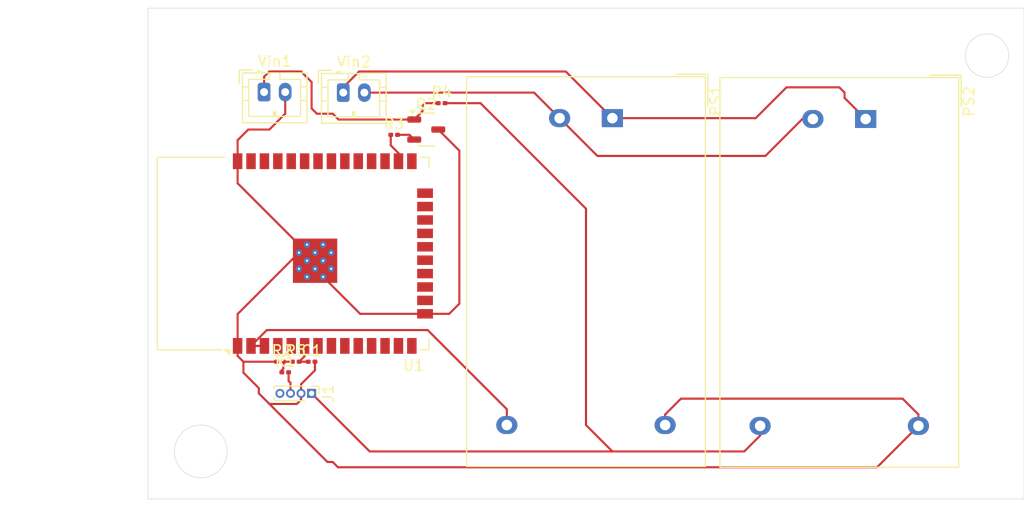
<source format=kicad_pcb>
(kicad_pcb (version 20240108) (generator "pcbnew") (generator_version "8.0")
  (layers (0 "F.Cu" signal) (31 "B.Cu" signal) (34 "B.Paste" user) (35 "F.Paste" user) (36 "B.SilkS" user "B.Silkscreen") (37 "F.SilkS" user "F.Silkscreen") (38 "B.Mask" user) (39 "F.Mask" user) (44 "Edge.Cuts" user))
  (net 0 "")
  (net 1 "GND")
  (net 2 "/ADC")
  (net 4 "+5V")
  (net 5 "Net-(J1-Pin_3)")
  (net 6 "Net-(PS1-AC{slash}N)")
  (net 7 "+3.3V")
  (net 8 "Net-(PS1-AC{slash}L)")
  (net 9 "Net-(Q2-C)")
  (net 10 "Net-(Q2-B)")
  (net 11 "Net-(R1-Pad1)")
  (net 12 "/En")
  (footprint "Resistor_SMD:R_0201_0603Metric" (layer "F.Cu") (at 84 111)
    (property "Reference" "R5" (at 0 -1.05 360) (layer "F.SilkS"))
    (property "Value" "R")
    (pad "1" smd roundrect (at -0.32 0) (size 0.46 0.4) (layers "F.Cu" "F.Mask") (net 11 "Net-(R1-Pad1)"))
    (pad "2" smd roundrect (at 0.32 0) (size 0.46 0.4) (layers "F.Cu" "F.Mask") (net 2 "/ADC"))
  )
  (footprint "Connector_JST:JST_PH_B2B-PH-K_1x02_P2.00mm_Vertical" (layer "F.Cu") (at 88.5 85.5)
    (property "Reference" "Vin2" (at 1 -2.9 360) (layer "F.SilkS"))
    (property "Value" "Conn_01x02_Pin")
    (fp_line (start -2.36 -2.11) (end -2.36 -0.86) (stroke (width 0.12)) (layer "F.SilkS"))
    (fp_line (start -2.06 -1.81) (end -2.06 2.91) (stroke (width 0.12)) (layer "F.SilkS"))
    (fp_line (start -2.06 -0.5) (end -1.45 -0.5) (stroke (width 0.12)) (layer "F.SilkS"))
    (fp_line (start -2.06 0.8) (end -1.45 0.8) (stroke (width 0.12)) (layer "F.SilkS"))
    (fp_line (start -2.06 2.91) (end 4.06 2.91) (stroke (width 0.12)) (layer "F.SilkS"))
    (fp_line (start -1.45 -1.2) (end -1.45 2.3) (stroke (width 0.12)) (layer "F.SilkS"))
    (fp_line (start -1.45 2.3) (end 3.45 2.3) (stroke (width 0.12)) (layer "F.SilkS"))
    (fp_line (start -1.11 -2.11) (end -2.36 -2.11) (stroke (width 0.12)) (layer "F.SilkS"))
    (fp_line (start -0.6 -2.01) (end -0.6 -1.81) (stroke (width 0.12)) (layer "F.SilkS"))
    (fp_line (start -0.3 -2.01) (end -0.6 -2.01) (stroke (width 0.12)) (layer "F.SilkS"))
    (fp_line (start -0.3 -1.91) (end -0.6 -1.91) (stroke (width 0.12)) (layer "F.SilkS"))
    (fp_line (start -0.3 -1.81) (end -0.3 -2.01) (stroke (width 0.12)) (layer "F.SilkS"))
    (fp_line (start 0.5 -1.81) (end 0.5 -1.2) (stroke (width 0.12)) (layer "F.SilkS"))
    (fp_line (start 0.5 -1.2) (end -1.45 -1.2) (stroke (width 0.12)) (layer "F.SilkS"))
    (fp_line (start 0.9 1.8) (end 1.1 1.8) (stroke (width 0.12)) (layer "F.SilkS"))
    (fp_line (start 0.9 2.3) (end 0.9 1.8) (stroke (width 0.12)) (layer "F.SilkS"))
    (fp_line (start 1 2.3) (end 1 1.8) (stroke (width 0.12)) (layer "F.SilkS"))
    (fp_line (start 1.1 1.8) (end 1.1 2.3) (stroke (width 0.12)) (layer "F.SilkS"))
    (fp_line (start 1.5 -1.2) (end 1.5 -1.81) (stroke (width 0.12)) (layer "F.SilkS"))
    (fp_line (start 3.45 -1.2) (end 1.5 -1.2) (stroke (width 0.12)) (layer "F.SilkS"))
    (fp_line (start 3.45 2.3) (end 3.45 -1.2) (stroke (width 0.12)) (layer "F.SilkS"))
    (fp_line (start 4.06 -1.81) (end -2.06 -1.81) (stroke (width 0.12)) (layer "F.SilkS"))
    (fp_line (start 4.06 -0.5) (end 3.45 -0.5) (stroke (width 0.12)) (layer "F.SilkS"))
    (fp_line (start 4.06 0.8) (end 3.45 0.8) (stroke (width 0.12)) (layer "F.SilkS"))
    (fp_line (start 4.06 2.91) (end 4.06 -1.81) (stroke (width 0.12)) (layer "F.SilkS"))
    (pad "1" thru_hole roundrect (at 0 0) (size 1.2 1.75) (drill 0.75) (layers "*.Cu" "*.Mask") (roundrect_rratio 0.208333) (net 8 "Net-(PS1-AC{slash}L)"))
    (pad "2" thru_hole oval (at 2 0) (size 1.2 1.75) (drill 0.75) (layers "*.Cu" "*.Mask") (net 6 "Net-(PS1-AC{slash}N)"))
  )
  (footprint "Connector_JST:JST_PH_B2B-PH-K_1x02_P2.00mm_Vertical" (layer "F.Cu") (at 81 85.45)
    (property "Reference" "Vin1" (at 1 -2.9 360) (layer "F.SilkS"))
    (property "Value" "Buzzer")
    (fp_line (start -2.36 -2.11) (end -2.36 -0.86) (stroke (width 0.12)) (layer "F.SilkS"))
    (fp_line (start -2.06 -1.81) (end -2.06 2.91) (stroke (width 0.12)) (layer "F.SilkS"))
    (fp_line (start -2.06 -0.5) (end -1.45 -0.5) (stroke (width 0.12)) (layer "F.SilkS"))
    (fp_line (start -2.06 0.8) (end -1.45 0.8) (stroke (width 0.12)) (layer "F.SilkS"))
    (fp_line (start -2.06 2.91) (end 4.06 2.91) (stroke (width 0.12)) (layer "F.SilkS"))
    (fp_line (start -1.45 -1.2) (end -1.45 2.3) (stroke (width 0.12)) (layer "F.SilkS"))
    (fp_line (start -1.45 2.3) (end 3.45 2.3) (stroke (width 0.12)) (layer "F.SilkS"))
    (fp_line (start -1.11 -2.11) (end -2.36 -2.11) (stroke (width 0.12)) (layer "F.SilkS"))
    (fp_line (start -0.6 -2.01) (end -0.6 -1.81) (stroke (width 0.12)) (layer "F.SilkS"))
    (fp_line (start -0.3 -2.01) (end -0.6 -2.01) (stroke (width 0.12)) (layer "F.SilkS"))
    (fp_line (start -0.3 -1.91) (end -0.6 -1.91) (stroke (width 0.12)) (layer "F.SilkS"))
    (fp_line (start -0.3 -1.81) (end -0.3 -2.01) (stroke (width 0.12)) (layer "F.SilkS"))
    (fp_line (start 0.5 -1.81) (end 0.5 -1.2) (stroke (width 0.12)) (layer "F.SilkS"))
    (fp_line (start 0.5 -1.2) (end -1.45 -1.2) (stroke (width 0.12)) (layer "F.SilkS"))
    (fp_line (start 0.9 1.8) (end 1.1 1.8) (stroke (width 0.12)) (layer "F.SilkS"))
    (fp_line (start 0.9 2.3) (end 0.9 1.8) (stroke (width 0.12)) (layer "F.SilkS"))
    (fp_line (start 1 2.3) (end 1 1.8) (stroke (width 0.12)) (layer "F.SilkS"))
    (fp_line (start 1.1 1.8) (end 1.1 2.3) (stroke (width 0.12)) (layer "F.SilkS"))
    (fp_line (start 1.5 -1.2) (end 1.5 -1.81) (stroke (width 0.12)) (layer "F.SilkS"))
    (fp_line (start 3.45 -1.2) (end 1.5 -1.2) (stroke (width 0.12)) (layer "F.SilkS"))
    (fp_line (start 3.45 2.3) (end 3.45 -1.2) (stroke (width 0.12)) (layer "F.SilkS"))
    (fp_line (start 4.06 -1.81) (end -2.06 -1.81) (stroke (width 0.12)) (layer "F.SilkS"))
    (fp_line (start 4.06 -0.5) (end 3.45 -0.5) (stroke (width 0.12)) (layer "F.SilkS"))
    (fp_line (start 4.06 0.8) (end 3.45 0.8) (stroke (width 0.12)) (layer "F.SilkS"))
    (fp_line (start 4.06 2.91) (end 4.06 -1.81) (stroke (width 0.12)) (layer "F.SilkS"))
    (pad "1" thru_hole roundrect (at 0 0) (size 1.2 1.75) (drill 0.75) (layers "*.Cu" "*.Mask") (roundrect_rratio 0.208333) (net 9 "Net-(Q2-C)"))
    (pad "2" thru_hole oval (at 2 0) (size 1.2 1.75) (drill 0.75) (layers "*.Cu" "*.Mask") (net 1 "GND"))
  )
  (footprint "Converter_ACDC:Converter_ACDC_Hi-Link_HLK-PMxx" (layer "F.Cu") (at 114 87.92 -90)
    (property "Reference" "PS1" (at -1.66 -9.79 90) (layer "F.SilkS"))
    (property "Value" "HLK-PM03")
    (fp_line (start -3.92 13.81) (end 33 13.81) (stroke (width 0.12)) (layer "F.SilkS"))
    (fp_line (start -4.16 -6.05) (end -4.16 -9.05) (stroke (width 0.12)) (layer "F.SilkS"))
    (fp_line (start -3.92 -8.81) (end -3.92 13.81) (stroke (width 0.12)) (layer "F.SilkS"))
    (fp_line (start -3.92 -8.81) (end 33 -8.81) (stroke (width 0.12)) (layer "F.SilkS"))
    (fp_line (start 33 -8.81) (end 33 13.81) (stroke (width 0.12)) (layer "F.SilkS"))
    (fp_line (start -4.16 -9.05) (end -1.16 -9.05) (stroke (width 0.12)) (layer "F.SilkS"))
    (pad "1" thru_hole rect (at 0 0 270) (size 1.7 2) (drill 1) (layers "*.Cu" "*.Mask") (net 8 "Net-(PS1-AC{slash}L)"))
    (pad "2" thru_hole oval (at 0 5 270) (size 1.7 2) (drill 1) (layers "*.Cu" "*.Mask") (net 6 "Net-(PS1-AC{slash}N)"))
    (pad "3" thru_hole oval (at 29.08 -5 270) (size 1.7 2) (drill 1) (layers "*.Cu" "*.Mask") (net 1 "GND"))
    (pad "4" thru_hole oval (at 29.08 10 270) (size 1.7 2) (drill 1) (layers "*.Cu" "*.Mask") (net 7 "+3.3V"))
  )
  (footprint "Connector_PinHeader_1.00mm:PinHeader_1x04_P1.00mm_Vertical" (layer "F.Cu") (at 85.5 114 -90)
    (property "Reference" "J1" (at 0 -1.56 90) (layer "F.SilkS"))
    (property "Value" "Sensor")
    (fp_line (start -0.695 3.56) (end -0.394493 3.56) (stroke (width 0.12)) (layer "F.SilkS"))
    (fp_line (start 0.394493 3.56) (end 0.695 3.56) (stroke (width 0.12)) (layer "F.SilkS"))
    (fp_line (start -0.695 0.685) (end -0.695 3.56) (stroke (width 0.12)) (layer "F.SilkS"))
    (fp_line (start -0.695 0.685) (end -0.608276 0.685) (stroke (width 0.12)) (layer "F.SilkS"))
    (fp_line (start 0.608276 0.685) (end 0.695 0.685) (stroke (width 0.12)) (layer "F.SilkS"))
    (fp_line (start 0.695 0.685) (end 0.695 3.56) (stroke (width 0.12)) (layer "F.SilkS"))
    (fp_line (start -0.695 0) (end -0.695 -0.685) (stroke (width 0.12)) (layer "F.SilkS"))
    (fp_line (start -0.695 -0.685) (end 0 -0.685) (stroke (width 0.12)) (layer "F.SilkS"))
    (pad "1" thru_hole rect (at 0 0 270) (size 0.85 0.85) (drill 0.5) (layers "*.Cu" "*.Mask") (net 4 "+5V"))
    (pad "2" thru_hole oval (at 0 1 270) (size 0.85 0.85) (drill 0.5) (layers "*.Cu" "*.Mask") (net 1 "GND"))
    (pad "3" thru_hole oval (at 0 2 270) (size 0.85 0.85) (drill 0.5) (layers "*.Cu" "*.Mask") (net 5 "Net-(J1-Pin_3)"))
    (pad "4" thru_hole oval (at 0 3 270) (size 0.85 0.85) (drill 0.5) (layers "*.Cu" "*.Mask"))
  )
  (footprint "RF_Module:ESP32-WROOM-32" (layer "F.Cu") (at 86.74 100.75 90)
    (property "Reference" "U1" (at -10.61 8.43 360) (layer "F.SilkS"))
    (property "Value" "ESP32-WROOM-32")
    (fp_line (start 9.12 -15.86) (end 9.12 -9.445) (stroke (width 0.12)) (layer "F.SilkS"))
    (fp_line (start -9.12 -15.86) (end 9.12 -15.86) (stroke (width 0.12)) (layer "F.SilkS"))
    (fp_line (start -9.12 -15.86) (end -9.12 -9.7) (stroke (width 0.12)) (layer "F.SilkS"))
    (fp_line (start 9.12 9.1) (end 9.12 9.88) (stroke (width 0.12)) (layer "F.SilkS"))
    (fp_line (start -9.12 9.1) (end -9.12 9.88) (stroke (width 0.12)) (layer "F.SilkS"))
    (fp_line (start 9.12 9.88) (end 8.12 9.88) (stroke (width 0.12)) (layer "F.SilkS"))
    (fp_line (start -9.12 9.88) (end -8.12 9.88) (stroke (width 0.12)) (layer "F.SilkS"))
    (fp_poly (pts (xy -9.125 -8.975) (xy -9.625 -8.975) (xy -9.125 -9.475) (xy -9.125 -8.975)) (stroke (width 0.12)) (fill solid) (layer "F.SilkS"))
    (pad "1" smd rect (at -8.75 -8.25 90) (size 1.5 0.9) (layers "F.Cu" "F.Paste" "F.Mask") (net 1 "GND"))
    (pad "2" smd rect (at -8.75 -6.98 90) (size 1.5 0.9) (layers "F.Cu" "F.Paste" "F.Mask") (net 7 "+3.3V"))
    (pad "3" smd rect (at -8.75 -5.71 90) (size 1.5 0.9) (layers "F.Cu" "F.Paste" "F.Mask") (net 7 "+3.3V"))
    (pad "4" smd rect (at -8.75 -4.44 90) (size 1.5 0.9) (layers "F.Cu" "F.Paste" "F.Mask"))
    (pad "5" smd rect (at -8.75 -3.17 90) (size 1.5 0.9) (layers "F.Cu" "F.Paste" "F.Mask"))
    (pad "6" smd rect (at -8.75 -1.9 90) (size 1.5 0.9) (layers "F.Cu" "F.Paste" "F.Mask") (net 2 "/ADC"))
    (pad "7" smd rect (at -8.75 -0.63 90) (size 1.5 0.9) (layers "F.Cu" "F.Paste" "F.Mask"))
    (pad "8" smd rect (at -8.75 0.64 90) (size 1.5 0.9) (layers "F.Cu" "F.Paste" "F.Mask"))
    (pad "9" smd rect (at -8.75 1.91 90) (size 1.5 0.9) (layers "F.Cu" "F.Paste" "F.Mask"))
    (pad "10" smd rect (at -8.75 3.18 90) (size 1.5 0.9) (layers "F.Cu" "F.Paste" "F.Mask"))
    (pad "11" smd rect (at -8.75 4.45 90) (size 1.5 0.9) (layers "F.Cu" "F.Paste" "F.Mask"))
    (pad "12" smd rect (at -8.75 5.72 90) (size 1.5 0.9) (layers "F.Cu" "F.Paste" "F.Mask"))
    (pad "13" smd rect (at -8.75 6.99 90) (size 1.5 0.9) (layers "F.Cu" "F.Paste" "F.Mask"))
    (pad "14" smd rect (at -8.75 8.26 90) (size 1.5 0.9) (layers "F.Cu" "F.Paste" "F.Mask"))
    (pad "15" smd rect (at -5.71 9.51 180) (size 1.5 0.9) (layers "F.Cu" "F.Paste" "F.Mask") (net 1 "GND"))
    (pad "16" smd rect (at -4.44 9.51 180) (size 1.5 0.9) (layers "F.Cu" "F.Paste" "F.Mask"))
    (pad "17" smd rect (at -3.17 9.51 180) (size 1.5 0.9) (layers "F.Cu" "F.Paste" "F.Mask"))
    (pad "18" smd rect (at -1.9 9.51 180) (size 1.5 0.9) (layers "F.Cu" "F.Paste" "F.Mask"))
    (pad "19" smd rect (at -0.63 9.51 180) (size 1.5 0.9) (layers "F.Cu" "F.Paste" "F.Mask"))
    (pad "20" smd rect (at 0.64 9.51 180) (size 1.5 0.9) (layers "F.Cu" "F.Paste" "F.Mask"))
    (pad "21" smd rect (at 1.91 9.51 180) (size 1.5 0.9) (layers "F.Cu" "F.Paste" "F.Mask"))
    (pad "22" smd rect (at 3.18 9.51 180) (size 1.5 0.9) (layers "F.Cu" "F.Paste" "F.Mask"))
    (pad "23" smd rect (at 4.45 9.51 180) (size 1.5 0.9) (layers "F.Cu" "F.Paste" "F.Mask"))
    (pad "24" smd rect (at 5.72 9.51 180) (size 1.5 0.9) (layers "F.Cu" "F.Paste" "F.Mask"))
    (pad "25" smd rect (at 8.75 8.26 90) (size 1.5 0.9) (layers "F.Cu" "F.Paste" "F.Mask"))
    (pad "26" smd rect (at 8.75 6.99 90) (size 1.5 0.9) (layers "F.Cu" "F.Paste" "F.Mask") (net 12 "/En"))
    (pad "27" smd rect (at 8.75 5.72 90) (size 1.5 0.9) (layers "F.Cu" "F.Paste" "F.Mask"))
    (pad "28" smd rect (at 8.75 4.45 90) (size 1.5 0.9) (layers "F.Cu" "F.Paste" "F.Mask"))
    (pad "29" smd rect (at 8.75 3.18 90) (size 1.5 0.9) (layers "F.Cu" "F.Paste" "F.Mask"))
    (pad "30" smd rect (at 8.75 1.91 90) (size 1.5 0.9) (layers "F.Cu" "F.Paste" "F.Mask"))
    (pad "31" smd rect (at 8.75 0.64 90) (size 1.5 0.9) (layers "F.Cu" "F.Paste" "F.Mask"))
    (pad "32" smd rect (at 8.75 -0.63 90) (size 1.5 0.9) (layers "F.Cu" "F.Paste" "F.Mask"))
    (pad "33" smd rect (at 8.75 -1.9 90) (size 1.5 0.9) (layers "F.Cu" "F.Paste" "F.Mask"))
    (pad "34" smd rect (at 8.75 -3.17 90) (size 1.5 0.9) (layers "F.Cu" "F.Paste" "F.Mask"))
    (pad "35" smd rect (at 8.75 -4.44 90) (size 1.5 0.9) (layers "F.Cu" "F.Paste" "F.Mask"))
    (pad "36" smd rect (at 8.75 -5.71 90) (size 1.5 0.9) (layers "F.Cu" "F.Paste" "F.Mask"))
    (pad "37" smd rect (at 8.75 -6.98 90) (size 1.5 0.9) (layers "F.Cu" "F.Paste" "F.Mask"))
    (pad "38" smd rect (at 8.75 -8.25 90) (size 1.5 0.9) (layers "F.Cu" "F.Paste" "F.Mask") (net 1 "GND"))
    (pad "39" smd rect (at -2.205 -2.435 90) (size 1.05 1.05) (layers "F.Cu" "F.Paste") (net 1 "GND"))
    (pad "39" thru_hole circle (at -2.205 -1.6725 90) (size 0.6 0.6) (drill 0.2) (property pad_prop_heatsink) (layers "*.Cu" "F.Mask") (net 1 "GND"))
    (pad "39" smd rect (at -2.205 -0.91 90) (size 1.05 1.05) (layers "F.Cu" "F.Paste") (net 1 "GND"))
    (pad "39" thru_hole circle (at -2.205 -0.1475 90) (size 0.6 0.6) (drill 0.2) (property pad_prop_heatsink) (layers "*.Cu" "F.Mask") (net 1 "GND"))
    (pad "39" smd rect (at -2.205 0.615 90) (size 1.05 1.05) (layers "F.Cu" "F.Paste") (net 1 "GND"))
    (pad "39" thru_hole circle (at -1.4425 -2.435 90) (size 0.6 0.6) (drill 0.2) (property pad_prop_heatsink) (layers "*.Cu" "F.Mask") (net 1 "GND"))
    (pad "39" thru_hole circle (at -1.4425 -0.91 90) (size 0.6 0.6) (drill 0.2) (property pad_prop_heatsink) (layers "*.Cu" "F.Mask") (net 1 "GND"))
    (pad "39" thru_hole circle (at -1.4425 0.615 90) (size 0.6 0.6) (drill 0.2) (property pad_prop_heatsink) (layers "*.Cu" "F.Mask") (net 1 "GND"))
    (pad "39" smd rect (at -0.68 -2.435 90) (size 1.05 1.05) (layers "F.Cu" "F.Paste") (net 1 "GND"))
    (pad "39" thru_hole circle (at -0.68 -1.6725 90) (size 0.6 0.6) (drill 0.2) (property pad_prop_heatsink) (layers "*.Cu" "F.Mask") (net 1 "GND"))
    (pad "39" smd rect (at -0.68 -0.91 90) (size 1.05 1.05) (layers "F.Cu" "F.Paste") (net 1 "GND"))
    (pad "39" smd rect (at -0.68 -0.91 90) (size 4.2 4.2) (layers "F.Cu" "F.Mask") (net 1 "GND"))
    (pad "39" thru_hole circle (at -0.68 -0.1475 90) (size 0.6 0.6) (drill 0.2) (property pad_prop_heatsink) (layers "*.Cu" "F.Mask") (net 1 "GND"))
    (pad "39" smd rect (at -0.68 0.615 90) (size 1.05 1.05) (layers "F.Cu" "F.Paste") (net 1 "GND"))
    (pad "39" thru_hole circle (at 0.0825 -2.435 90) (size 0.6 0.6) (drill 0.2) (property pad_prop_heatsink) (layers "*.Cu" "F.Mask") (net 1 "GND"))
    (pad "39" thru_hole circle (at 0.0825 -0.91 90) (size 0.6 0.6) (drill 0.2) (property pad_prop_heatsink) (layers "*.Cu" "F.Mask") (net 1 "GND"))
    (pad "39" thru_hole circle (at 0.0825 0.615 90) (size 0.6 0.6) (drill 0.2) (property pad_prop_heatsink) (layers "*.Cu" "F.Mask") (net 1 "GND"))
    (pad "39" smd rect (at 0.845 -2.435 90) (size 1.05 1.05) (layers "F.Cu" "F.Paste") (net 1 "GND"))
    (pad "39" thru_hole circle (at 0.845 -1.6725 90) (size 0.6 0.6) (drill 0.2) (property pad_prop_heatsink) (layers "*.Cu" "F.Mask") (net 1 "GND"))
    (pad "39" smd rect (at 0.845 -0.91 90) (size 1.05 1.05) (layers "F.Cu" "F.Paste") (net 1 "GND"))
    (pad "39" thru_hole circle (at 0.845 -0.1475 90) (size 0.6 0.6) (drill 0.2) (property pad_prop_heatsink) (layers "*.Cu" "F.Mask") (net 1 "GND"))
    (pad "39" smd rect (at 0.845 0.615 90) (size 1.05 1.05) (layers "F.Cu" "F.Paste") (net 1 "GND"))
  )
  (footprint "Resistor_SMD:R_0201_0603Metric" (layer "F.Cu") (at 93.32 89.5)
    (property "Reference" "R3" (at 0 -1.05 360) (layer "F.SilkS"))
    (property "Value" "R")
    (pad "1" smd roundrect (at -0.32 0) (size 0.46 0.4) (layers "F.Cu" "F.Mask") (net 12 "/En"))
    (pad "2" smd roundrect (at 0.32 0) (size 0.46 0.4) (layers "F.Cu" "F.Mask") (net 10 "Net-(Q2-B)"))
  )
  (footprint "Resistor_SMD:R_0201_0603Metric" (layer "F.Cu") (at 83 112)
    (property "Reference" "R1" (at 0 -1.05 0) (layer "F.SilkS"))
    (property "Value" "R" (hide yes))
    (pad "1" smd roundrect (at -0.32 0) (size 0.46 0.4) (layers "F.Cu" "F.Mask") (net 11 "Net-(R1-Pad1)"))
    (pad "2" smd roundrect (at 0.32 0) (size 0.46 0.4) (layers "F.Cu" "F.Mask") (net 5 "Net-(J1-Pin_3)"))
  )
  (footprint "Capacitor_SMD:C_0201_0603Metric" (layer "F.Cu") (at 85.5 111)
    (property "Reference" "C1" (at 0 -1.05 0) (layer "F.SilkS"))
    (property "Value" "C")
    (pad "1" smd roundrect (at -0.32 0) (size 0.46 0.4) (layers "F.Cu" "F.Mask") (net 2 "/ADC"))
    (pad "2" smd roundrect (at 0.32 0) (size 0.46 0.4) (layers "F.Cu" "F.Mask") (net 1 "GND"))
  )
  (footprint "Resistor_SMD:R_0201_0603Metric" (layer "F.Cu") (at 97.82 86.5)
    (property "Reference" "R4" (at 0 -1.05 0) (layer "F.SilkS"))
    (property "Value" "R")
    (pad "1" smd roundrect (at -0.32 0) (size 0.46 0.4) (layers "F.Cu" "F.Mask") (net 9 "Net-(Q2-C)"))
    (pad "2" smd roundrect (at 0.32 0) (size 0.46 0.4) (layers "F.Cu" "F.Mask") (net 4 "+5V"))
  )
  (footprint "Package_TO_SOT_SMD:SOT-23-3" (layer "F.Cu") (at 96.3625 89)
    (property "Reference" "Q2" (at 0 -2.4 360) (layer "F.SilkS"))
    (property "Value" "MMBTH10-4LT1G")
    (fp_line (start 0 -1.56) (end -0.8 -1.56) (stroke (width 0.12)) (layer "F.SilkS"))
    (fp_line (start 0 -1.56) (end 0.8 -1.56) (stroke (width 0.12)) (layer "F.SilkS"))
    (fp_line (start 0 1.56) (end -0.8 1.56) (stroke (width 0.12)) (layer "F.SilkS"))
    (fp_line (start 0 1.56) (end 0.8 1.56) (stroke (width 0.12)) (layer "F.SilkS"))
    (fp_poly (pts (xy -1.3 -1.51) (xy -1.54 -1.84) (xy -1.06 -1.84) (xy -1.3 -1.51)) (stroke (width 0.12)) (fill solid) (layer "F.SilkS"))
    (pad "1" smd roundrect (at -1.1375 -0.95) (size 1.325 0.6) (layers "F.Cu" "F.Paste" "F.Mask") (net 9 "Net-(Q2-C)"))
    (pad "2" smd roundrect (at -1.1375 0.95) (size 1.325 0.6) (layers "F.Cu" "F.Paste" "F.Mask") (net 10 "Net-(Q2-B)"))
    (pad "3" smd roundrect (at 1.1375 0) (size 1.325 0.6) (layers "F.Cu" "F.Paste" "F.Mask") (net 1 "GND"))
  )
  (footprint "Converter_ACDC:Converter_ACDC_Hi-Link_HLK-PMxx" (layer "F.Cu") (at 138 88 -90)
    (property "Reference" "PS2" (at -1.66 -9.79 90) (layer "F.SilkS"))
    (property "Value" "HLK-PM01")
    (fp_line (start -3.92 13.81) (end 33 13.81) (stroke (width 0.12)) (layer "F.SilkS"))
    (fp_line (start -4.16 -6.05) (end -4.16 -9.05) (stroke (width 0.12)) (layer "F.SilkS"))
    (fp_line (start -3.92 -8.81) (end -3.92 13.81) (stroke (width 0.12)) (layer "F.SilkS"))
    (fp_line (start -3.92 -8.81) (end 33 -8.81) (stroke (width 0.12)) (layer "F.SilkS"))
    (fp_line (start 33 -8.81) (end 33 13.81) (stroke (width 0.12)) (layer "F.SilkS"))
    (fp_line (start -4.16 -9.05) (end -1.16 -9.05) (stroke (width 0.12)) (layer "F.SilkS"))
    (pad "1" thru_hole rect (at 0 0 270) (size 1.7 2) (drill 1) (layers "*.Cu" "*.Mask") (net 8 "Net-(PS1-AC{slash}L)"))
    (pad "2" thru_hole oval (at 0 5 270) (size 1.7 2) (drill 1) (layers "*.Cu" "*.Mask") (net 6 "Net-(PS1-AC{slash}N)"))
    (pad "3" thru_hole oval (at 29.08 -5 270) (size 1.7 2) (drill 1) (layers "*.Cu" "*.Mask") (net 1 "GND"))
    (pad "4" thru_hole oval (at 29.08 10 270) (size 1.7 2) (drill 1) (layers "*.Cu" "*.Mask") (net 4 "+5V"))
  )
  (footprint "Resistor_SMD:R_0201_0603Metric" (layer "F.Cu") (at 82.5 111)
    (property "Reference" "R2" (at 0.2 -1.05 360) (layer "F.SilkS"))
    (property "Value" "R")
    (pad "1" smd roundrect (at -0.32 0) (size 0.46 0.4) (layers "F.Cu" "F.Mask") (net 1 "GND"))
    (pad "2" smd roundrect (at 0.32 0) (size 0.46 0.4) (layers "F.Cu" "F.Mask") (net 11 "Net-(R1-Pad1)"))
  )
  (gr_rect (start 70 77.5) (end 153 124) (stroke (width 0.05)) (fill none) (layer "Edge.Cuts"))
  (gr_circle (center 75 119.5) (end 77 121) (stroke (width 0.05)) (fill none) (layer "Edge.Cuts"))
  (gr_circle (center 149.5 82) (end 150 80) (stroke (width 0.05)) (fill none) (layer "Edge.Cuts"))
  (segment (start 85.82 111.81) (end 84.5 113.13) (width 0.2) (layer "F.Cu") (net 1))
  (segment (start 98.54 106.46) (end 96.25 106.46) (width 0.2) (layer "F.Cu") (net 1))
  (segment (start 96.25 106.46) (end 90.0975 106.46) (width 0.2) (layer "F.Cu") (net 1))
  (segment (start 99.5 91) (end 99.5 105.5) (width 0.2) (layer "F.Cu") (net 1))
  (segment (start 84.10104 115) (end 81.5 115) (width 0.2) (layer "F.Cu") (net 1))
  (segment (start 87.5 120.5) (end 87 120.5) (width 0.2) (layer "F.Cu") (net 1))
  (segment (start 81.5 89) (end 79.5 89) (width 0.2) (layer "F.Cu") (net 1))
  (segment (start 141.5 114.5) (end 120.5 114.5) (width 0.2) (layer "F.Cu") (net 1))
  (segment (start 83 87.5) (end 81.5 89) (width 0.2) (layer "F.Cu") (net 1))
  (segment (start 143 117.08) (end 139.08 121) (width 0.2) (layer "F.Cu") (net 1))
  (segment (start 78.49 90.01) (end 78.49 92) (width 0.2) (layer "F.Cu") (net 1))
  (segment (start 78.49 92) (end 78.49 94.09) (width 0.2) (layer "F.Cu") (net 1))
  (segment (start 79.04 111) (end 82.18 111) (width 0.2) (layer "F.Cu") (net 1))
  (segment (start 83 85.45) (end 83 87.5) (width 0.2) (layer "F.Cu") (net 1))
  (segment (start 88 121) (end 87.5 120.5) (width 0.2) (layer "F.Cu") (net 1))
  (segment (start 99.5 105.5) (end 98.54 106.46) (width 0.2) (layer "F.Cu") (net 1))
  (segment (start 79.04 112.04) (end 79.04 111) (width 0.2) (layer "F.Cu") (net 1))
  (segment (start 97.5 89) (end 99.5 91) (width 0.2) (layer "F.Cu") (net 1))
  (segment (start 120.5 114.5) (end 119 116) (width 0.2) (layer "F.Cu") (net 1))
  (segment (start 78.49 106.4825) (end 84.305 100.6675) (width 0.2) (layer "F.Cu") (net 1))
  (segment (start 80.5 114) (end 80.5 113.5) (width 0.2) (layer "F.Cu") (net 1))
  (segment (start 84.5 113.13) (end 84.5 114) (width 0.2) (layer "F.Cu") (net 1))
  (segment (start 78.49 110.45) (end 79.04 111) (width 0.2) (layer "F.Cu") (net 1))
  (segment (start 119 116) (end 119 117) (width 0.2) (layer "F.Cu") (net 1))
  (segment (start 78.49 109.5) (end 78.49 110.45) (width 0.2) (layer "F.Cu") (net 1))
  (segment (start 81.5 115) (end 80.5 114) (width 0.2) (layer "F.Cu") (net 1))
  (segment (start 84.5 114.60104) (end 84.10104 115) (width 0.2) (layer "F.Cu") (net 1))
  (segment (start 87 120.5) (end 81.5 115) (width 0.2) (layer "F.Cu") (net 1))
  (segment (start 143 116) (end 141.5 114.5) (width 0.2) (layer "F.Cu") (net 1))
  (segment (start 79.5 89) (end 78.49 90.01) (width 0.2) (layer "F.Cu") (net 1))
  (segment (start 78.49 94.09) (end 84.305 99.905) (width 0.2) (layer "F.Cu") (net 1))
  (segment (start 78.49 109.5) (end 78.49 106.4825) (width 0.2) (layer "F.Cu") (net 1))
  (segment (start 139.08 121) (end 88 121) (width 0.2) (layer "F.Cu") (net 1))
  (segment (start 85.82 111) (end 85.82 111.81) (width 0.2) (layer "F.Cu") (net 1))
  (segment (start 84.5 114) (end 84.5 114.60104) (width 0.2) (layer "F.Cu") (net 1))
  (segment (start 143 117.08) (end 143 116) (width 0.2) (layer "F.Cu") (net 1))
  (segment (start 80.5 113.5) (end 79.04 112.04) (width 0.2) (layer "F.Cu") (net 1))
  (segment (start 90.0975 106.46) (end 86.5925 102.955) (width 0.2) (layer "F.Cu") (net 1))
  (segment (start 85.18 111) (end 84.32 111) (width 0.2) (layer "F.Cu") (net 2))
  (segment (start 84.84 109.5) (end 84.84 110.48) (width 0.2) (layer "F.Cu") (net 2))
  (segment (start 84.84 110.48) (end 84.32 111) (width 0.2) (layer "F.Cu") (net 2))
  (segment (start 111.5 117) (end 114 119.5) (width 0.2) (layer "F.Cu") (net 4))
  (segment (start 126.5 119.5) (end 114 119.5) (width 0.2) (layer "F.Cu") (net 4))
  (segment (start 101.5 86.5) (end 111.5 96.5) (width 0.2) (layer "F.Cu") (net 4))
  (segment (start 91 119.5) (end 85.5 114) (width 0.2) (layer "F.Cu") (net 4))
  (segment (start 111.5 96.5) (end 111.5 117) (width 0.2) (layer "F.Cu") (net 4))
  (segment (start 128 117.08) (end 128 118) (width 0.2) (layer "F.Cu") (net 4))
  (segment (start 98.14 86.5) (end 101.5 86.5) (width 0.2) (layer "F.Cu") (net 4))
  (segment (start 128 118) (end 126.5 119.5) (width 0.2) (layer "F.Cu") (net 4))
  (segment (start 114 119.5) (end 91 119.5) (width 0.2) (layer "F.Cu") (net 4))
  (segment (start 83.32 112.82) (end 83.5 113) (width 0.2) (layer "F.Cu") (net 5))
  (segment (start 83.32 112) (end 83.32 112.82) (width 0.2) (layer "F.Cu") (net 5))
  (segment (start 83.5 113) (end 83.5 114) (width 0.2) (layer "F.Cu") (net 5))
  (segment (start 132 88) (end 133 88) (width 0.2) (layer "F.Cu") (net 6))
  (segment (start 128.5 91.5) (end 132 88) (width 0.2) (layer "F.Cu") (net 6))
  (segment (start 109 87.5) (end 109 87.92) (width 0.2) (layer "F.Cu") (net 6))
  (segment (start 109 87.92) (end 106.58 85.5) (width 0.2) (layer "F.Cu") (net 6))
  (segment (start 112.58 91.5) (end 128.5 91.5) (width 0.2) (layer "F.Cu") (net 6))
  (segment (start 106.58 85.5) (end 90.5 85.5) (width 0.2) (layer "F.Cu") (net 6))
  (segment (start 109 87.92) (end 112.58 91.5) (width 0.2) (layer "F.Cu") (net 6))
  (segment (start 104 115.5) (end 96.5 108) (width 0.2) (layer "F.Cu") (net 7))
  (segment (start 81.26 108) (end 79.76 109.5) (width 0.2) (layer "F.Cu") (net 7))
  (segment (start 79.76 109.5) (end 81.03 109.5) (width 0.2) (layer "F.Cu") (net 7))
  (segment (start 96.5 108) (end 81.26 108) (width 0.2) (layer "F.Cu") (net 7))
  (segment (start 104 117) (end 104 115.5) (width 0.2) (layer "F.Cu") (net 7))
  (segment (start 130.5 85) (end 135.5 85) (width 0.2) (layer "F.Cu") (net 8))
  (segment (start 109.58 83.5) (end 90 83.5) (width 0.2) (layer "F.Cu") (net 8))
  (segment (start 135.5 85) (end 136 85.5) (width 0.2) (layer "F.Cu") (net 8))
  (segment (start 136 85.5) (end 136 86) (width 0.2) (layer "F.Cu") (net 8))
  (segment (start 114 87.92) (end 109.58 83.5) (width 0.2) (layer "F.Cu") (net 8))
  (segment (start 136 86) (end 138 88) (width 0.2) (layer "F.Cu") (net 8))
  (segment (start 90 83.5) (end 88.5 85) (width 0.2) (layer "F.Cu") (net 8))
  (segment (start 88.5 85) (end 88.5 85.5) (width 0.2) (layer "F.Cu") (net 8))
  (segment (start 114 87.92) (end 127.58 87.92) (width 0.2) (layer "F.Cu") (net 8))
  (segment (start 127.58 87.92) (end 130.5 85) (width 0.2) (layer "F.Cu") (net 8))
  (segment (start 84.5 83.5) (end 85.5 84.5) (width 0.2) (layer "F.Cu") (net 9))
  (segment (start 88.05 88.05) (end 95.225 88.05) (width 0.2) (layer "F.Cu") (net 9))
  (segment (start 95 87.825) (end 95.225 88.05) (width 0.2) (layer "F.Cu") (net 9))
  (segment (start 96 87.275) (end 96 86.775) (width 0.2) (layer "F.Cu") (net 9))
  (segment (start 86 87.5) (end 87.5 87.5) (width 0.2) (layer "F.Cu") (net 9))
  (segment (start 81 84) (end 81.5 83.5) (width 0.2) (layer "F.Cu") (net 9))
  (segment (start 87.5 87.5) (end 88.05 88.05) (width 0.2) (layer "F.Cu") (net 9))
  (segment (start 85.5 87) (end 86 87.5) (width 0.2) (layer "F.Cu") (net 9))
  (segment (start 81.5 83.5) (end 84.5 83.5) (width 0.2) (layer "F.Cu") (net 9))
  (segment (start 95.225 88.05) (end 96 87.275) (width 0.2) (layer "F.Cu") (net 9))
  (segment (start 96 86.775) (end 96.275 86.5) (width 0.2) (layer "F.Cu") (net 9))
  (segment (start 96.275 86.5) (end 97.5 86.5) (width 0.2) (layer "F.Cu") (net 9))
  (segment (start 85.5 84.5) (end 85.5 87) (width 0.2) (layer "F.Cu") (net 9))
  (segment (start 81 85.45) (end 81 84) (width 0.2) (layer "F.Cu") (net 9))
  (segment (start 93.64 89.5) (end 94.775 89.5) (width 0.2) (layer "F.Cu") (net 10))
  (segment (start 94.775 89.5) (end 95.225 89.95) (width 0.2) (layer "F.Cu") (net 10))
  (segment (start 82.68 112) (end 82.68 111.800001) (width 0.2) (layer "F.Cu") (net 11))
  (segment (start 83.68 111) (end 82.82 111) (width 0.2) (layer "F.Cu") (net 11))
  (segment (start 82.82 111.660001) (end 82.82 111) (width 0.2) (layer "F.Cu") (net 11))
  (segment (start 82.68 111.800001) (end 82.82 111.660001) (width 0.2) (layer "F.Cu") (net 11))
  (segment (start 93 90.5) (end 93 89.5) (width 0.2) (layer "F.Cu") (net 12))
  (segment (start 93.73 91.23) (end 93 90.5) (width 0.2) (layer "F.Cu") (net 12))
  (segment (start 93.73 92) (end 93.73 91.23) (width 0.2) (layer "F.Cu") (net 12))
)
</source>
